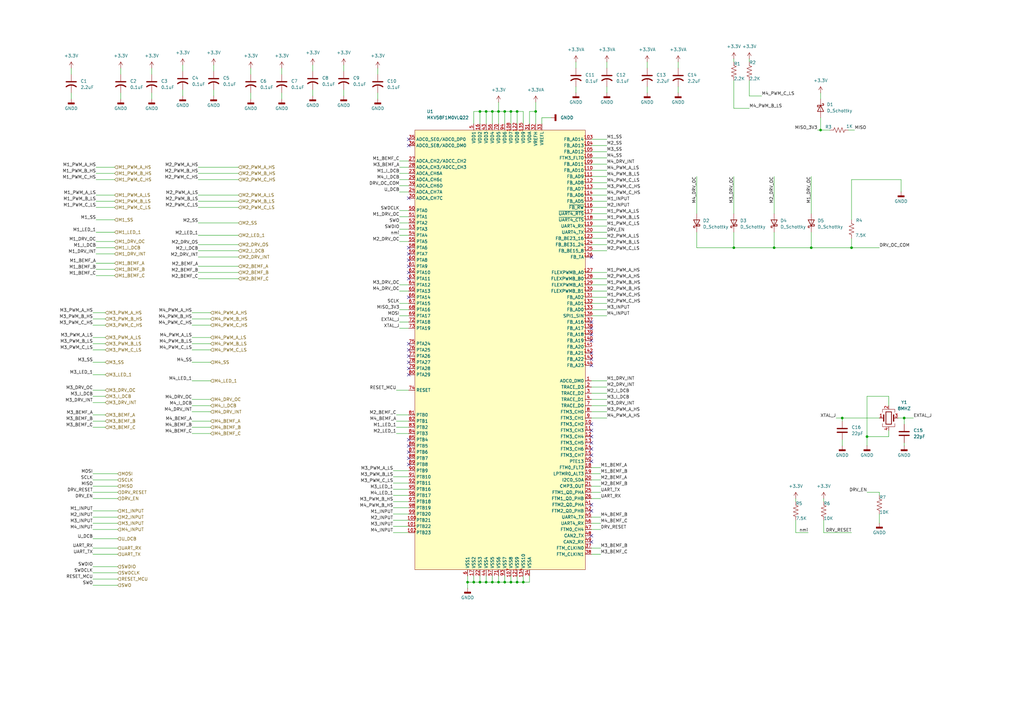
<source format=kicad_sch>
(kicad_sch (version 20250114) (generator "eeschema") (generator_version "9.0")
  (paper "A3")
  (junction (at 212.09 238.76))
  (junction (at 209.55 45.72))
  (junction (at 204.47 238.76))
  (junction (at 191.77 238.76))
  (junction (at 201.93 45.72))
  (junction (at 349.25 101.6))
  (junction (at 317.5 101.6))
  (junction (at 345.44 171.45))
  (junction (at 214.63 238.76))
  (junction (at 336.55 53.34))
  (junction (at 196.85 238.76))
  (junction (at 219.71 45.72))
  (junction (at 212.09 45.72))
  (junction (at 194.31 238.76))
  (junction (at 207.01 45.72))
  (junction (at 204.47 45.72))
  (junction (at 207.01 238.76))
  (junction (at 370.84 171.45))
  (junction (at 196.85 45.72))
  (junction (at 209.55 238.76))
  (junction (at 199.39 238.76))
  (junction (at 199.39 45.72))
  (junction (at 355.6 179.07))
  (junction (at 201.93 238.76))
  (junction (at 332.74 101.6))
  (junction (at 300.99 101.6))
  (no_connect (at 167.64 151.13))
  (no_connect (at 242.57 207.01))
  (no_connect (at 167.64 146.05))
  (no_connect (at 167.64 101.6))
  (no_connect (at 242.57 222.25))
  (no_connect (at 167.64 153.67))
  (no_connect (at 167.64 190.5))
  (no_connect (at 167.64 106.68))
  (no_connect (at 242.57 219.71))
  (no_connect (at 167.64 114.3))
  (no_connect (at 167.64 104.14))
  (no_connect (at 242.57 181.61))
  (no_connect (at 167.64 140.97))
  (no_connect (at 242.57 147.32))
  (no_connect (at 167.64 182.88))
  (no_connect (at 242.57 173.99))
  (no_connect (at 242.57 105.41))
  (no_connect (at 167.64 111.76))
  (no_connect (at 167.64 180.34))
  (no_connect (at 167.64 148.59))
  (no_connect (at 242.57 209.55))
  (no_connect (at 242.57 149.86))
  (no_connect (at 167.64 81.28))
  (no_connect (at 167.64 121.92))
  (no_connect (at 242.57 132.08))
  (no_connect (at 242.57 137.16))
  (no_connect (at 167.64 59.69))
  (no_connect (at 242.57 186.69))
  (no_connect (at 167.64 187.96))
  (no_connect (at 242.57 184.15))
  (no_connect (at 242.57 144.78))
  (no_connect (at 242.57 189.23))
  (no_connect (at 242.57 139.7))
  (no_connect (at 167.64 57.15))
  (no_connect (at 242.57 176.53))
  (no_connect (at 242.57 134.62))
  (no_connect (at 167.64 185.42))
  (no_connect (at 167.64 143.51))
  (no_connect (at 242.57 179.07))
  (no_connect (at 167.64 109.22))
  (wire (pts (xy 204.47 41.91) (xy 204.47 45.72)))
  (wire (pts (xy 48.26 240.03) (xy 38.1 240.03)))
  (wire (pts (xy 248.92 35.56) (xy 248.92 38.1)))
  (wire (pts (xy 74.93 26.67) (xy 74.93 29.21)))
  (wire (pts (xy 370.84 171.45) (xy 370.84 173.99)))
  (wire (pts (xy 242.57 204.47) (xy 246.38 204.47)))
  (wire (pts (xy 217.17 50.8) (xy 217.17 45.72)))
  (wire (pts (xy 39.37 73.66) (xy 46.99 73.66)))
  (wire (pts (xy 81.28 96.52) (xy 97.79 96.52)))
  (wire (pts (xy 43.18 128.27) (xy 38.1 128.27)))
  (wire (pts (xy 39.37 107.95) (xy 46.99 107.95)))
  (wire (pts (xy 39.37 95.25) (xy 46.99 95.25)))
  (wire (pts (xy 161.29 203.2) (xy 167.64 203.2)))
  (wire (pts (xy 326.39 218.44) (xy 331.47 218.44)))
  (wire (pts (xy 219.71 45.72) (xy 219.71 50.8)))
  (wire (pts (xy 161.29 195.58) (xy 167.64 195.58)))
  (wire (pts (xy 163.83 96.52) (xy 167.64 96.52)))
  (wire (pts (xy 43.18 170.18) (xy 38.1 170.18)))
  (wire (pts (xy 242.57 74.93) (xy 248.92 74.93)))
  (wire (pts (xy 74.93 36.83) (xy 74.93 39.37)))
  (wire (pts (xy 86.36 140.97) (xy 78.74 140.97)))
  (wire (pts (xy 242.57 201.93) (xy 246.38 201.93)))
  (wire (pts (xy 242.57 156.21) (xy 248.92 156.21)))
  (wire (pts (xy 48.26 232.41) (xy 38.1 232.41)))
  (wire (pts (xy 222.25 50.8) (xy 222.25 48.26)))
  (wire (pts (xy 163.83 76.2) (xy 167.64 76.2)))
  (wire (pts (xy 242.57 114.3) (xy 248.92 114.3)))
  (wire (pts (xy 242.57 64.77) (xy 248.92 64.77)))
  (wire (pts (xy 62.23 27.94) (xy 62.23 30.48)))
  (wire (pts (xy 307.34 44.45) (xy 300.99 44.45)))
  (wire (pts (xy 209.55 45.72) (xy 212.09 45.72)))
  (wire (pts (xy 242.57 59.69) (xy 248.92 59.69)))
  (wire (pts (xy 48.26 196.85) (xy 38.1 196.85)))
  (wire (pts (xy 370.84 181.61) (xy 370.84 182.88)))
  (wire (pts (xy 163.83 68.58) (xy 167.64 68.58)))
  (wire (pts (xy 43.18 130.81) (xy 38.1 130.81)))
  (wire (pts (xy 242.57 92.71) (xy 248.92 92.71)))
  (wire (pts (xy 242.57 161.29) (xy 248.92 161.29)))
  (wire (pts (xy 196.85 238.76) (xy 194.31 238.76)))
  (wire (pts (xy 39.37 80.01) (xy 46.99 80.01)))
  (wire (pts (xy 86.36 143.51) (xy 78.74 143.51)))
  (wire (pts (xy 48.26 234.95) (xy 38.1 234.95)))
  (wire (pts (xy 191.77 236.22) (xy 191.77 238.76)))
  (wire (pts (xy 209.55 236.22) (xy 209.55 238.76)))
  (wire (pts (xy 163.83 66.04) (xy 167.64 66.04)))
  (wire (pts (xy 345.44 180.34) (xy 345.44 182.88)))
  (wire (pts (xy 48.26 227.33) (xy 38.1 227.33)))
  (wire (pts (xy 162.56 170.18) (xy 167.64 170.18)))
  (wire (pts (xy 154.94 27.94) (xy 154.94 30.48)))
  (wire (pts (xy 242.57 119.38) (xy 248.92 119.38)))
  (wire (pts (xy 163.83 99.06) (xy 167.64 99.06)))
  (wire (pts (xy 312.42 39.37) (xy 307.34 39.37)))
  (wire (pts (xy 300.99 24.13) (xy 300.99 25.4)))
  (wire (pts (xy 86.36 168.91) (xy 78.74 168.91)))
  (wire (pts (xy 204.47 238.76) (xy 201.93 238.76)))
  (wire (pts (xy 163.83 93.98) (xy 167.64 93.98)))
  (wire (pts (xy 222.25 48.26) (xy 226.06 48.26)))
  (wire (pts (xy 201.93 238.76) (xy 199.39 238.76)))
  (wire (pts (xy 317.5 95.25) (xy 317.5 101.6)))
  (wire (pts (xy 163.83 124.46) (xy 167.64 124.46)))
  (wire (pts (xy 242.57 124.46) (xy 248.92 124.46)))
  (wire (pts (xy 86.36 138.43) (xy 78.74 138.43)))
  (wire (pts (xy 307.34 39.37) (xy 307.34 33.02)))
  (wire (pts (xy 242.57 80.01) (xy 248.92 80.01)))
  (wire (pts (xy 191.77 238.76) (xy 191.77 241.3)))
  (wire (pts (xy 39.37 68.58) (xy 46.99 68.58)))
  (wire (pts (xy 355.6 179.07) (xy 355.6 182.88)))
  (wire (pts (xy 347.98 53.34) (xy 350.52 53.34)))
  (wire (pts (xy 332.74 95.25) (xy 332.74 101.6)))
  (wire (pts (xy 43.18 175.26) (xy 38.1 175.26)))
  (wire (pts (xy 242.57 166.37) (xy 248.92 166.37)))
  (wire (pts (xy 285.75 72.39) (xy 285.75 87.63)))
  (wire (pts (xy 81.28 100.33) (xy 97.79 100.33)))
  (wire (pts (xy 242.57 82.55) (xy 248.92 82.55)))
  (wire (pts (xy 212.09 50.8) (xy 212.09 45.72)))
  (wire (pts (xy 337.82 218.44) (xy 349.25 218.44)))
  (wire (pts (xy 364.49 166.37) (xy 364.49 162.56)))
  (wire (pts (xy 349.25 90.17) (xy 349.25 73.66)))
  (wire (pts (xy 242.57 85.09) (xy 248.92 85.09)))
  (wire (pts (xy 62.23 38.1) (xy 62.23 40.64)))
  (wire (pts (xy 162.56 175.26) (xy 167.64 175.26)))
  (wire (pts (xy 212.09 236.22) (xy 212.09 238.76)))
  (wire (pts (xy 48.26 214.63) (xy 38.1 214.63)))
  (wire (pts (xy 317.5 101.6) (xy 332.74 101.6)))
  (wire (pts (xy 48.26 204.47) (xy 38.1 204.47)))
  (wire (pts (xy 39.37 90.17) (xy 46.99 90.17)))
  (wire (pts (xy 337.82 213.36) (xy 337.82 218.44)))
  (wire (pts (xy 43.18 160.02) (xy 38.1 160.02)))
  (wire (pts (xy 161.29 215.9) (xy 167.64 215.9)))
  (wire (pts (xy 194.31 236.22) (xy 194.31 238.76)))
  (wire (pts (xy 360.68 210.82) (xy 360.68 214.63)))
  (wire (pts (xy 201.93 45.72) (xy 204.47 45.72)))
  (wire (pts (xy 43.18 133.35) (xy 38.1 133.35)))
  (wire (pts (xy 43.18 140.97) (xy 38.1 140.97)))
  (wire (pts (xy 48.26 217.17) (xy 38.1 217.17)))
  (wire (pts (xy 86.36 177.8) (xy 78.74 177.8)))
  (wire (pts (xy 242.57 97.79) (xy 248.92 97.79)))
  (wire (pts (xy 43.18 162.56) (xy 38.1 162.56)))
  (wire (pts (xy 248.92 25.4) (xy 248.92 27.94)))
  (wire (pts (xy 349.25 97.79) (xy 349.25 101.6)))
  (wire (pts (xy 43.18 165.1) (xy 38.1 165.1)))
  (wire (pts (xy 102.87 27.94) (xy 102.87 30.48)))
  (wire (pts (xy 191.77 238.76) (xy 194.31 238.76)))
  (wire (pts (xy 81.28 85.09) (xy 97.79 85.09)))
  (wire (pts (xy 43.18 153.67) (xy 38.1 153.67)))
  (wire (pts (xy 128.27 26.67) (xy 128.27 29.21)))
  (wire (pts (xy 140.97 26.67) (xy 140.97 29.21)))
  (wire (pts (xy 201.93 236.22) (xy 201.93 238.76)))
  (wire (pts (xy 345.44 171.45) (xy 345.44 172.72)))
  (wire (pts (xy 48.26 237.49) (xy 38.1 237.49)))
  (wire (pts (xy 307.34 24.13) (xy 307.34 25.4)))
  (wire (pts (xy 163.83 116.84) (xy 167.64 116.84)))
  (wire (pts (xy 140.97 36.83) (xy 140.97 39.37)))
  (wire (pts (xy 163.83 78.74) (xy 167.64 78.74)))
  (wire (pts (xy 86.36 148.59) (xy 78.74 148.59)))
  (wire (pts (xy 199.39 45.72) (xy 201.93 45.72)))
  (wire (pts (xy 81.28 73.66) (xy 97.79 73.66)))
  (wire (pts (xy 163.83 134.62) (xy 167.64 134.62)))
  (wire (pts (xy 336.55 53.34) (xy 340.36 53.34)))
  (wire (pts (xy 162.56 177.8) (xy 167.64 177.8)))
  (wire (pts (xy 39.37 110.49) (xy 46.99 110.49)))
  (wire (pts (xy 115.57 38.1) (xy 115.57 40.64)))
  (wire (pts (xy 199.39 236.22) (xy 199.39 238.76)))
  (wire (pts (xy 242.57 95.25) (xy 248.92 95.25)))
  (wire (pts (xy 154.94 38.1) (xy 154.94 40.64)))
  (wire (pts (xy 161.29 218.44) (xy 167.64 218.44)))
  (wire (pts (xy 196.85 236.22) (xy 196.85 238.76)))
  (wire (pts (xy 265.43 35.56) (xy 265.43 38.1)))
  (wire (pts (xy 86.36 128.27) (xy 78.74 128.27)))
  (wire (pts (xy 161.29 205.74) (xy 167.64 205.74)))
  (wire (pts (xy 360.68 201.93) (xy 360.68 203.2)))
  (wire (pts (xy 242.57 194.31) (xy 246.38 194.31)))
  (wire (pts (xy 326.39 204.47) (xy 326.39 205.74)))
  (wire (pts (xy 199.39 45.72) (xy 199.39 50.8)))
  (wire (pts (xy 204.47 236.22) (xy 204.47 238.76)))
  (wire (pts (xy 214.63 238.76) (xy 212.09 238.76)))
  (wire (pts (xy 163.83 71.12) (xy 167.64 71.12)))
  (wire (pts (xy 212.09 238.76) (xy 209.55 238.76)))
  (wire (pts (xy 81.28 80.01) (xy 97.79 80.01)))
  (wire (pts (xy 236.22 25.4) (xy 236.22 27.94)))
  (wire (pts (xy 163.83 91.44) (xy 167.64 91.44)))
  (wire (pts (xy 196.85 50.8) (xy 196.85 45.72)))
  (wire (pts (xy 87.63 26.67) (xy 87.63 29.21)))
  (wire (pts (xy 102.87 38.1) (xy 102.87 40.64)))
  (wire (pts (xy 87.63 36.83) (xy 87.63 39.37)))
  (wire (pts (xy 242.57 224.79) (xy 246.38 224.79)))
  (wire (pts (xy 128.27 36.83) (xy 128.27 39.37)))
  (wire (pts (xy 236.22 35.56) (xy 236.22 38.1)))
  (wire (pts (xy 217.17 236.22) (xy 217.17 238.76)))
  (wire (pts (xy 242.57 100.33) (xy 248.92 100.33)))
  (wire (pts (xy 163.83 88.9) (xy 167.64 88.9)))
  (wire (pts (xy 242.57 163.83) (xy 248.92 163.83)))
  (wire (pts (xy 285.75 101.6) (xy 300.99 101.6)))
  (wire (pts (xy 242.57 158.75) (xy 248.92 158.75)))
  (wire (pts (xy 242.57 214.63) (xy 246.38 214.63)))
  (wire (pts (xy 39.37 85.09) (xy 46.99 85.09)))
  (wire (pts (xy 242.57 127) (xy 248.92 127)))
  (wire (pts (xy 196.85 45.72) (xy 199.39 45.72)))
  (wire (pts (xy 242.57 90.17) (xy 248.92 90.17)))
  (wire (pts (xy 317.5 72.39) (xy 317.5 87.63)))
  (wire (pts (xy 81.28 102.87) (xy 97.79 102.87)))
  (wire (pts (xy 81.28 82.55) (xy 97.79 82.55)))
  (wire (pts (xy 364.49 162.56) (xy 355.6 162.56)))
  (wire (pts (xy 242.57 191.77) (xy 246.38 191.77)))
  (wire (pts (xy 81.28 68.58) (xy 97.79 68.58)))
  (wire (pts (xy 163.83 73.66) (xy 167.64 73.66)))
  (wire (pts (xy 242.57 121.92) (xy 248.92 121.92)))
  (wire (pts (xy 332.74 101.6) (xy 349.25 101.6)))
  (wire (pts (xy 217.17 238.76) (xy 214.63 238.76)))
  (wire (pts (xy 242.57 168.91) (xy 248.92 168.91)))
  (wire (pts (xy 49.53 38.1) (xy 49.53 40.64)))
  (wire (pts (xy 332.74 72.39) (xy 332.74 87.63)))
  (wire (pts (xy 370.84 171.45) (xy 374.65 171.45)))
  (wire (pts (xy 161.29 210.82) (xy 167.64 210.82)))
  (wire (pts (xy 242.57 57.15) (xy 248.92 57.15)))
  (wire (pts (xy 336.55 53.34) (xy 335.28 53.34)))
  (wire (pts (xy 81.28 91.44) (xy 97.79 91.44)))
  (wire (pts (xy 161.29 198.12) (xy 167.64 198.12)))
  (wire (pts (xy 355.6 162.56) (xy 355.6 179.07)))
  (wire (pts (xy 115.57 27.94) (xy 115.57 30.48)))
  (wire (pts (xy 278.13 35.56) (xy 278.13 38.1)))
  (wire (pts (xy 39.37 113.03) (xy 46.99 113.03)))
  (wire (pts (xy 163.83 127) (xy 167.64 127)))
  (wire (pts (xy 336.55 38.1) (xy 336.55 40.64)))
  (wire (pts (xy 39.37 101.6) (xy 46.99 101.6)))
  (wire (pts (xy 209.55 45.72) (xy 209.55 50.8)))
  (wire (pts (xy 161.29 208.28) (xy 167.64 208.28)))
  (wire (pts (xy 326.39 213.36) (xy 326.39 218.44)))
  (wire (pts (xy 48.26 220.98) (xy 38.1 220.98)))
  (wire (pts (xy 209.55 238.76) (xy 207.01 238.76)))
  (wire (pts (xy 204.47 45.72) (xy 204.47 50.8)))
  (wire (pts (xy 81.28 114.3) (xy 97.79 114.3)))
  (wire (pts (xy 48.26 194.31) (xy 38.1 194.31)))
  (wire (pts (xy 194.31 45.72) (xy 196.85 45.72)))
  (wire (pts (xy 242.57 212.09) (xy 246.38 212.09)))
  (wire (pts (xy 161.29 193.04) (xy 167.64 193.04)))
  (wire (pts (xy 43.18 172.72) (xy 38.1 172.72)))
  (wire (pts (xy 355.6 201.93) (xy 360.68 201.93)))
  (wire (pts (xy 207.01 236.22) (xy 207.01 238.76)))
  (wire (pts (xy 368.3 171.45) (xy 370.84 171.45)))
  (wire (pts (xy 345.44 171.45) (xy 360.68 171.45)))
  (wire (pts (xy 217.17 45.72) (xy 219.71 45.72)))
  (wire (pts (xy 161.29 200.66) (xy 167.64 200.66)))
  (wire (pts (xy 48.26 224.79) (xy 38.1 224.79)))
  (wire (pts (xy 49.53 27.94) (xy 49.53 30.48)))
  (wire (pts (xy 86.36 156.21) (xy 78.74 156.21)))
  (wire (pts (xy 242.57 129.54) (xy 248.92 129.54)))
  (wire (pts (xy 207.01 238.76) (xy 204.47 238.76)))
  (wire (pts (xy 48.26 201.93) (xy 38.1 201.93)))
  (wire (pts (xy 194.31 50.8) (xy 194.31 45.72)))
  (wire (pts (xy 300.99 72.39) (xy 300.99 87.63)))
  (wire (pts (xy 242.57 111.76) (xy 248.92 111.76)))
  (wire (pts (xy 86.36 130.81) (xy 78.74 130.81)))
  (wire (pts (xy 337.82 204.47) (xy 337.82 205.74)))
  (wire (pts (xy 48.26 199.39) (xy 38.1 199.39)))
  (wire (pts (xy 29.21 27.94) (xy 29.21 30.48)))
  (wire (pts (xy 242.57 67.31) (xy 248.92 67.31)))
  (wire (pts (xy 199.39 238.76) (xy 196.85 238.76)))
  (wire (pts (xy 336.55 48.26) (xy 336.55 53.34)))
  (wire (pts (xy 207.01 45.72) (xy 207.01 50.8)))
  (wire (pts (xy 214.63 236.22) (xy 214.63 238.76)))
  (wire (pts (xy 81.28 71.12) (xy 97.79 71.12)))
  (wire (pts (xy 278.13 25.4) (xy 278.13 27.94)))
  (wire (pts (xy 201.93 45.72) (xy 201.93 50.8)))
  (wire (pts (xy 349.25 73.66) (xy 369.57 73.66)))
  (wire (pts (xy 242.57 227.33) (xy 246.38 227.33)))
  (wire (pts (xy 163.83 86.36) (xy 167.64 86.36)))
  (wire (pts (xy 39.37 82.55) (xy 46.99 82.55)))
  (wire (pts (xy 242.57 87.63) (xy 248.92 87.63)))
  (wire (pts (xy 242.57 171.45) (xy 248.92 171.45)))
  (wire (pts (xy 242.57 116.84) (xy 248.92 116.84)))
  (wire (pts (xy 81.28 105.41) (xy 97.79 105.41)))
  (wire (pts (xy 300.99 95.25) (xy 300.99 101.6)))
  (wire (pts (xy 265.43 25.4) (xy 265.43 27.94)))
  (wire (pts (xy 163.83 129.54) (xy 167.64 129.54)))
  (wire (pts (xy 242.57 199.39) (xy 246.38 199.39)))
  (wire (pts (xy 242.57 69.85) (xy 248.92 69.85)))
  (wire (pts (xy 242.57 217.17) (xy 246.38 217.17)))
  (wire (pts (xy 39.37 99.06) (xy 46.99 99.06)))
  (wire (pts (xy 48.26 209.55) (xy 38.1 209.55)))
  (wire (pts (xy 39.37 71.12) (xy 46.99 71.12)))
  (wire (pts (xy 364.49 179.07) (xy 364.49 176.53)))
  (wire (pts (xy 162.56 160.02) (xy 167.64 160.02)))
  (wire (pts (xy 219.71 41.91) (xy 219.71 45.72)))
  (wire (pts (xy 163.83 132.08) (xy 167.64 132.08)))
  (wire (pts (xy 300.99 44.45) (xy 300.99 33.02)))
  (wire (pts (xy 86.36 175.26) (xy 78.74 175.26)))
  (wire (pts (xy 86.36 172.72) (xy 78.74 172.72)))
  (wire (pts (xy 81.28 111.76) (xy 97.79 111.76)))
  (wire (pts (xy 48.26 212.09) (xy 38.1 212.09)))
  (wire (pts (xy 242.57 196.85) (xy 246.38 196.85)))
  (wire (pts (xy 369.57 73.66) (xy 369.57 78.74)))
  (wire (pts (xy 242.57 62.23) (xy 248.92 62.23)))
  (wire (pts (xy 207.01 45.72) (xy 209.55 45.72)))
  (wire (pts (xy 81.28 109.22) (xy 97.79 109.22)))
  (wire (pts (xy 86.36 166.37) (xy 78.74 166.37)))
  (wire (pts (xy 204.47 45.72) (xy 207.01 45.72)))
  (wire (pts (xy 39.37 104.14) (xy 46.99 104.14)))
  (wire (pts (xy 242.57 77.47) (xy 248.92 77.47)))
  (wire (pts (xy 349.25 101.6) (xy 360.68 101.6)))
  (wire (pts (xy 161.29 213.36) (xy 167.64 213.36)))
  (wire (pts (xy 242.57 102.87) (xy 248.92 102.87)))
  (wire (pts (xy 355.6 179.07) (xy 364.49 179.07)))
  (wire (pts (xy 43.18 138.43) (xy 38.1 138.43)))
  (wire (pts (xy 214.63 45.72) (xy 214.63 50.8)))
  (wire (pts (xy 242.57 72.39) (xy 248.92 72.39)))
  (wire (pts (xy 162.56 172.72) (xy 167.64 172.72)))
  (wire (pts (xy 212.09 45.72) (xy 214.63 45.72)))
  (wire (pts (xy 163.83 119.38) (xy 167.64 119.38)))
  (wire (pts (xy 300.99 101.6) (xy 317.5 101.6)))
  (wire (pts (xy 86.36 133.35) (xy 78.74 133.35)))
  (wire (pts (xy 285.75 95.25) (xy 285.75 101.6)))
  (wire (pts (xy 29.21 38.1) (xy 29.21 40.64)))
  (wire (pts (xy 43.18 148.59) (xy 38.1 148.59)))
  (wire (pts (xy 86.36 163.83) (xy 78.74 163.83)))
  (wire (pts (xy 43.18 143.51) (xy 38.1 143.51)))
  (wire (pts (xy 342.9 171.45) (xy 345.44 171.45)))
  (label "MISO_3V3" (at 335.28 53.34 180))
  (label "M1_PWM_C_HS" (at 248.92 121.92 0))
  (label "M2_DRV_OS" (at 81.28 100.33 180))
  (label "M1_PWM_B_LS" (at 248.92 90.17 0))
  (label "M4_PWM_C_LS" (at 248.92 74.93 0))
  (label "RESET_MCU" (at 162.56 160.02 180))
  (label "M2_DRV_INT" (at 248.92 158.75 0))
  (label "M2_PWM_C_HS" (at 81.28 73.66 180))
  (label "M4_PWM_A_HS" (at 248.92 171.45 0))
  (label "M2_I_DCB" (at 81.28 102.87 180))
  (label "M1_BEMF_B" (at 39.37 110.49 180))
  (label "UART_TX" (at 38.1 227.33 180))
  (label "SWDCLK" (at 163.83 86.36 180))
  (label "M4_SS" (at 78.74 148.59 180))
  (label "M2_PWM_A_LS" (at 248.92 97.79 0))
  (label "M3_BEMF_C" (at 246.38 227.33 0))
  (label "M4_BEMF_C" (at 78.74 177.8 180))
  (label "M4_BEMF_A" (at 78.74 172.72 180))
  (label "M4_I_DCB" (at 163.83 73.66 180))
  (label "M4_LED_1" (at 78.74 156.21 180))
  (label "M4_BEMF_A" (at 162.56 172.72 180))
  (label "UART_RX" (at 38.1 224.79 180))
  (label "DRV_RESET" (at 246.38 217.17 0))
  (label "M2_BEMF_A" (at 246.38 196.85 0))
  (label "M4_PWM_C_HS" (at 78.74 133.35 180))
  (label "M3_INPUT" (at 38.1 214.63 180))
  (label "XTAL_J" (at 342.9 171.45 180))
  (label "M2_DRV_OC" (at 163.83 99.06 180))
  (label "DRV_RESET" (at 349.25 218.44 180))
  (label "M3_I_DCB" (at 38.1 162.56 180))
  (label "M3_BEMF_A" (at 38.1 170.18 180))
  (label "M3_INPUT" (at 161.29 215.9 180))
  (label "M2_BEMF_C" (at 162.56 170.18 180))
  (label "MISO" (at 38.1 199.39 180))
  (label "DRV_EN" (at 38.1 204.47 180))
  (label "M1_INPUT" (at 248.92 82.55 0))
  (label "M4_PWM_B_HS" (at 78.74 130.81 180))
  (label "M4_BEMF_B" (at 246.38 212.09 0))
  (label "M4_PWM_B_LS" (at 78.74 140.97 180))
  (label "M1_I_DCB" (at 163.83 71.12 180))
  (label "SWO" (at 38.1 240.03 180))
  (label "M2_LED_1" (at 162.56 177.8 180))
  (label "U_DCB" (at 38.1 220.98 180))
  (label "M2_INPUT" (at 248.92 85.09 0))
  (label "M3_BEMF_B" (at 38.1 172.72 180))
  (label "UART_TX" (at 246.38 201.93 0))
  (label "M3_PWM_A_LS" (at 161.29 193.04 180))
  (label "M3_PWM_C_HS" (at 38.1 133.35 180))
  (label "M1_PWM_A_HS" (at 39.37 68.58 180))
  (label "M1_DRV_OC" (at 163.83 88.9 180))
  (label "M4_PWM_A_HS" (at 78.74 128.27 180))
  (label "M3_DRV_OC" (at 300.99 72.39 270))
  (label "M4_INPUT" (at 248.92 129.54 0))
  (label "M3_PWM_B_LS" (at 161.29 195.58 180))
  (label "DRV_EN" (at 355.6 201.93 180))
  (label "M3_PWM_C_LS" (at 161.29 198.12 180))
  (label "M3_PWM_A_HS" (at 38.1 128.27 180))
  (label "MOSI" (at 163.83 129.54 180))
  (label "M1_SS" (at 39.37 90.17 180))
  (label "M3_I_DCB" (at 248.92 163.83 0))
  (label "M4_BEMF_C" (at 246.38 214.63 0))
  (label "SWDCLK" (at 38.1 234.95 180))
  (label "M4_PWM_B_LS" (at 307.34 44.45 0))
  (label "M4_SS" (at 248.92 64.77 0))
  (label "XTAL_J" (at 163.83 134.62 180))
  (label "M1_INPUT" (at 161.29 210.82 180))
  (label "DRV_RESET" (at 38.1 201.93 180))
  (label "M1_PWM_A_LS" (at 39.37 80.01 180))
  (label "M2_BEMF_A" (at 81.28 109.22 180))
  (label "M4_DRV_OC" (at 78.74 163.83 180))
  (label "M1_BEMF_A" (at 246.38 191.77 0))
  (label "M2_PWM_A_HS" (at 81.28 68.58 180))
  (label "M2_PWM_A_HS" (at 248.92 114.3 0))
  (label "M3_PWM_A_HS" (at 248.92 168.91 0))
  (label "M4_PWM_C_HS" (at 248.92 80.01 0))
  (label "SWDIO" (at 163.83 93.98 180))
  (label "M3_BEMF_C" (at 38.1 175.26 180))
  (label "M4_PWM_B_HS" (at 161.29 208.28 180))
  (label "M3_BEMF_B" (at 246.38 224.79 0))
  (label "M1_PWM_B_HS" (at 39.37 71.12 180))
  (label "MISO_3V3" (at 163.83 127 180))
  (label "DRV_EN" (at 248.92 95.25 0))
  (label "M4_INPUT" (at 38.1 217.17 180))
  (label "M1_PWM_B_HS" (at 248.92 116.84 0))
  (label "DRV_OC_COM" (at 360.68 101.6 0))
  (label "M3_PWM_C_HS" (at 248.92 77.47 0))
  (label "M4_BEMF_B" (at 78.74 175.26 180))
  (label "M3_LED_1" (at 161.29 200.66 180))
  (label "M3_SS" (at 38.1 148.59 180))
  (label "M2_DRV_OC" (at 317.5 72.39 270))
  (label "M3_PWM_A_LS" (at 38.1 138.43 180))
  (label "M2_SS" (at 248.92 59.69 0))
  (label "M2_LED_1" (at 81.28 96.52 180))
  (label "RESET_MCU" (at 38.1 237.49 180))
  (label "M4_PWM_C_LS" (at 78.74 143.51 180))
  (label "M1_PWM_A_HS" (at 248.92 111.76 0))
  (label "nmi" (at 163.83 96.52 180))
  (label "M1_BEMF_C" (at 39.37 113.03 180))
  (label "M2_PWM_B_LS" (at 81.28 82.55 180))
  (label "U_DCB" (at 163.83 78.74 180))
  (label "MOSI" (at 38.1 194.31 180))
  (label "M4_DRV_INT" (at 248.92 67.31 0))
  (label "M1_DRV_OC" (at 39.37 99.06 180))
  (label "M2_PWM_B_HS" (at 81.28 71.12 180))
  (label "M3_BEMF_A" (at 163.83 68.58 180))
  (label "M1_DRV_INT" (at 248.92 156.21 0))
  (label "M2_SS" (at 81.28 91.44 180))
  (label "M4_DRV_OC" (at 163.83 119.38 180))
  (label "M3_SS" (at 248.92 62.23 0))
  (label "M4_PWM_B_LS" (at 248.92 72.39 0))
  (label "M1_PWM_C_LS" (at 39.37 85.09 180))
  (label "MISO" (at 350.52 53.34 0))
  (label "M2_I_DCB" (at 248.92 161.29 0))
  (label "M2_BEMF_B" (at 246.38 199.39 0))
  (label "M2_PWM_C_HS" (at 248.92 124.46 0))
  (label "M3_DRV_INT" (at 38.1 165.1 180))
  (label "DRV_OC_COM" (at 163.83 76.2 180))
  (label "M1_INPUT" (at 38.1 209.55 180))
  (label "M2_INPUT" (at 38.1 212.09 180))
  (label "M2_PWM_B_HS" (at 248.92 119.38 0))
  (label "SCLK" (at 163.83 124.46 180))
  (label "M3_DRV_OC" (at 38.1 160.02 180))
  (label "M1_PWM_B_LS" (at 39.37 82.55 180))
  (label "M1_BEMF_B" (at 246.38 194.31 0))
  (label "M4_PWM_A_LS" (at 248.92 69.85 0))
  (label "SCLK" (at 38.1 196.85 180))
  (label "nmi" (at 331.47 218.44 180))
  (label "M2_PWM_A_LS" (at 81.28 80.01 180))
  (label "M4_INPUT" (at 161.29 218.44 180))
  (label "M2_PWM_C_LS" (at 81.28 85.09 180))
  (label "M2_PWM_C_LS" (at 248.92 102.87 0))
  (label "M4_I_DCB" (at 78.74 166.37 180))
  (label "M1_LED_1" (at 39.37 95.25 180))
  (label "M4_DRV_INT" (at 78.74 168.91 180))
  (label "M3_DRV_INT" (at 248.92 166.37 0))
  (label "M3_PWM_C_LS" (at 38.1 143.51 180))
  (label "M3_PWM_B_LS" (at 38.1 140.97 180))
  (label "M1_BEMF_A" (at 39.37 107.95 180))
  (label "M1_DRV_OC" (at 332.74 72.39 270))
  (label "M1_BEMF_C" (at 163.83 66.04 180))
  (label "M1_PWM_A_LS" (at 248.92 87.63 0))
  (label "M1_LED_1" (at 162.56 175.26 180))
  (label "M4_PWM_A_LS" (at 78.74 138.43 180))
  (label "M3_PWM_B_HS" (at 38.1 130.81 180))
  (label "M4_DRV_OC" (at 285.75 72.39 270))
  (label "M1_PWM_C_LS" (at 248.92 92.71 0))
  (label "M3_PWM_B_HS" (at 161.29 205.74 180))
  (label "SWO" (at 163.83 91.44 180))
  (label "M2_INPUT" (at 161.29 213.36 180))
  (label "EXTAL_J" (at 374.65 171.45 0))
  (label "M3_INPUT" (at 248.92 127 0))
  (label "EXTAL_J" (at 163.83 132.08 180))
  (label "M4_PWM_C_LS" (at 312.42 39.37 0))
  (label "M4_LED_1" (at 161.29 203.2 180))
  (label "M1_PWM_C_HS" (at 39.37 73.66 180))
  (label "M1_SS" (at 248.92 57.15 0))
  (label "M3_DRV_OC" (at 163.83 116.84 180))
  (label "M2_DRV_INT" (at 81.28 105.41 180))
  (label "M1_I_DCB" (at 39.37 101.6 180))
  (label "M2_BEMF_B" (at 81.28 111.76 180))
  (label "SWDIO" (at 38.1 232.41 180))
  (label "M2_PWM_B_LS" (at 248.92 100.33 0))
  (label "M1_DRV_INT" (at 39.37 104.14 180))
  (label "UART_RX" (at 246.38 204.47 0))
  (label "M2_BEMF_C" (at 81.28 114.3 180))
  (label "M3_LED_1" (at 38.1 153.67 180))
  (hierarchical_label "M3_DRV_INT" (shape input) (at 43.18 165.1 0))
  (hierarchical_label "M2_PWM_B_LS" (shape input) (at 97.79 82.55 0))
  (hierarchical_label "M1_PWM_C_LS" (shape input) (at 46.99 85.09 0))
  (hierarchical_label "M2_PWM_A_HS" (shape input) (at 97.79 68.58 0))
  (hierarchical_label "M2_PWM_A_LS" (shape input) (at 97.79 80.01 0))
  (hierarchical_label "M3_PWM_A_LS" (shape input) (at 43.18 138.43 0))
  (hierarchical_label "M1_PWM_C_HS" (shape input) (at 46.99 73.66 0))
  (hierarchical_label "SWDCLK" (shape input) (at 48.26 234.95 0))
  (hierarchical_label "M2_INPUT" (shape input) (at 48.26 212.09 0))
  (hierarchical_label "RESET_MCU" (shape input) (at 48.26 237.49 0))
  (hierarchical_label "M4_PWM_C_LS" (shape input) (at 86.36 143.51 0))
  (hierarchical_label "M3_DRV_OC" (shape input) (at 43.18 160.02 0))
  (hierarchical_label "U_DCB" (shape input) (at 48.26 220.98 0))
  (hierarchical_label "M4_BEMF_A" (shape input) (at 86.36 172.72 0))
  (hierarchical_label "M1_INPUT" (shape input) (at 48.26 209.55 0))
  (hierarchical_label "M4_LED_1" (shape input) (at 86.36 156.21 0))
  (hierarchical_label "M1_BEMF_B" (shape input) (at 46.99 110.49 0))
  (hierarchical_label "M2_LED_1" (shape input) (at 97.79 96.52 0))
  (hierarchical_label "DRV_EN" (shape input) (at 48.26 204.47 0))
  (hierarchical_label "SCLK" (shape input) (at 48.26 196.85 0))
  (hierarchical_label "SWO" (shape input) (at 48.26 240.03 0))
  (hierarchical_label "M1_DRV_OC" (shape input) (at 46.99 99.06 0))
  (hierarchical_label "M3_INPUT" (shape input) (at 48.26 214.63 0))
  (hierarchical_label "M4_PWM_C_HS" (shape input) (at 86.36 133.35 0))
  (hierarchical_label "M2_SS" (shape input) (at 97.79 91.44 0))
  (hierarchical_label "M4_PWM_B_HS" (shape input) (at 86.36 130.81 0))
  (hierarchical_label "UART_TX" (shape input) (at 48.26 227.33 0))
  (hierarchical_label "UART_RX" (shape input) (at 48.26 224.79 0))
  (hierarchical_label "M1_BEMF_A" (shape input) (at 46.99 107.95 0))
  (hierarchical_label "M2_BEMF_C" (shape input) (at 97.79 114.3 0))
  (hierarchical_label "M1_LED_1" (shape input) (at 46.99 95.25 0))
  (hierarchical_label "M3_BEMF_A" (shape input) (at 43.18 170.18 0))
  (hierarchical_label "M4_INPUT" (shape input) (at 48.26 217.17 0))
  (hierarchical_label "M4_DRV_OC" (shape input) (at 86.36 163.83 0))
  (hierarchical_label "M1_PWM_B_LS" (shape input) (at 46.99 82.55 0))
  (hierarchical_label "M3_PWM_A_HS" (shape input) (at 43.18 128.27 0))
  (hierarchical_label "M3_BEMF_B" (shape input) (at 43.18 172.72 0))
  (hierarchical_label "M4_DRV_INT" (shape input) (at 86.36 168.91 0))
  (hierarchical_label "M4_PWM_A_LS" (shape input) (at 86.36 138.43 0))
  (hierarchical_label "M4_BEMF_B" (shape input) (at 86.36 175.26 0))
  (hierarchical_label "M4_PWM_A_HS" (shape input) (at 86.36 128.27 0))
  (hierarchical_label "M2_PWM_C_HS" (shape input) (at 97.79 73.66 0))
  (hierarchical_label "M1_I_DCB" (shape input) (at 46.99 101.6 0))
  (hierarchical_label "M2_PWM_C_LS" (shape input) (at 97.79 85.09 0))
  (hierarchical_label "M3_PWM_B_HS" (shape input) (at 43.18 130.81 0))
  (hierarchical_label "M1_PWM_A_HS" (shape input) (at 46.99 68.58 0))
  (hierarchical_label "M2_BEMF_B" (shape input) (at 97.79 111.76 0))
  (hierarchical_label "M2_DRV_OS" (shape input) (at 97.79 100.33 0))
  (hierarchical_label "MOSI" (shape input) (at 48.26 194.31 0))
  (hierarchical_label "M2_DRV_INT" (shape input) (at 97.79 105.41 0))
  (hierarchical_label "M1_DRV_INT" (shape input) (at 46.99 104.14 0))
  (hierarchical_label "MISO" (shape input) (at 48.26 199.39 0))
  (hierarchical_label "M2_BEMF_A" (shape input) (at 97.79 109.22 0))
  (hierarchical_label "M4_BEMF_C" (shape input) (at 86.36 177.8 0))
  (hierarchical_label "M4_SS" (shape input) (at 86.36 148.59 0))
  (hierarchical_label "M1_PWM_B_HS" (shape input) (at 46.99 71.12 0))
  (hierarchical_label "DRV_RESET" (shape input) (at 48.26 201.93 0))
  (hierarchical_label "M3_BEMF_C" (shape input) (at 43.18 175.26 0))
  (hierarchical_label "M3_SS" (shape input) (at 43.18 148.59 0))
  (hierarchical_label "M3_I_DCB" (shape input) (at 43.18 162.56 0))
  (hierarchical_label "M1_PWM_A_LS" (shape input) (at 46.99 80.01 0))
  (hierarchical_label "M2_I_DCB" (shape input) (at 97.79 102.87 0))
  (hierarchical_label "M2_PWM_B_HS" (shape input) (at 97.79 71.12 0))
  (hierarchical_label "M3_LED_1" (shape input) (at 43.18 153.67 0))
  (hierarchical_label "M4_I_DCB" (shape input) (at 86.36 166.37 0))
  (hierarchical_label "M1_BEMF_C" (shape input) (at 46.99 113.03 0))
  (hierarchical_label "M3_PWM_B_LS" (shape input) (at 43.18 140.97 0))
  (hierarchical_label "M3_PWM_C_HS" (shape input) (at 43.18 133.35 0))
  (hierarchical_label "M1_SS" (shape input) (at 46.99 90.17 0))
  (hierarchical_label "SWDIO" (shape input) (at 48.26 232.41 0))
  (hierarchical_label "M4_PWM_B_LS" (shape input) (at 86.36 140.97 0))
  (hierarchical_label "M3_PWM_C_LS" (shape input) (at 43.18 143.51 0))
  (symbol (lib_id "power:VCC") (at 74.93 26.67 0) (unit 1)
    (property "Reference" "#PWR011" (effects (hide yes)))
    (property "Value" "+3.3V" (at 74.93 21.59 0))
    (property "Description" "Power symbol creates a global label with name \"VCC\"" (effects (hide yes)))
  )
  (symbol (lib_id "power:VCC") (at 265.43 25.4 0) (unit 1)
    (property "Reference" "#PWR029" (effects (hide yes)))
    (property "Value" "+3.3VA" (at 265.43 20.32 0))
    (property "Description" "Power symbol creates a global label with name \"VCC\"" (effects (hide yes)))
  )
  (symbol (lib_id "power:VCC") (at 115.57 27.94 0) (unit 1)
    (property "Reference" "#PWR017" (effects (hide yes)))
    (property "Value" "+3.3V" (at 115.57 22.86 0))
    (property "Description" "Power symbol creates a global label with name \"VCC\"" (effects (hide yes)))
  )
  (symbol (lib_id "power:GNDD") (at 360.68 214.63 0) (unit 1)
    (property "Reference" "#PWR042" (effects (hide yes)))
    (property "Value" "GNDD" (at 360.68 218.44 0))
    (property "Description" "Power symbol creates a global label with name \"GNDD\" , digital ground" (effects (hide yes)))
  )
  (symbol (lib_id "Device:C_US") (at 154.94 34.29 0) (unit 1)
    (property "Reference" "C10" (at 158.75 33.2739 0) (effects (justify left)))
    (property "Value" "0.1uF" (at 158.75 35.8139 0) (effects (justify left)))
    (property "Description" "capacitor, US symbol" (effects (hide yes)))
  )
  (symbol (lib_id "power:VCC") (at 87.63 26.67 0) (unit 1)
    (property "Reference" "#PWR013" (effects (hide yes)))
    (property "Value" "+3.3V" (at 87.63 21.59 0))
    (property "Description" "Power symbol creates a global label with name \"VCC\"" (effects (hide yes)))
  )
  (symbol (lib_id "power:GNDD") (at 128.27 39.37 0) (unit 1)
    (property "Reference" "#PWR020" (effects (hide yes)))
    (property "Value" "GNDD" (at 128.27 43.18 0))
    (property "Description" "Power symbol creates a global label with name \"GNDD\" , digital ground" (effects (hide yes)))
  )
  (symbol (lib_id "Device:C_US") (at 87.63 33.02 0) (unit 1)
    (property "Reference" "C5" (at 91.44 32.0039 0) (effects (justify left)))
    (property "Value" "0.1uF" (at 91.44 34.5439 0) (effects (justify left)))
    (property "Description" "capacitor, US symbol" (effects (hide yes)))
  )
  (symbol (lib_id "Device:C_US") (at 49.53 34.29 0) (unit 1)
    (property "Reference" "C2" (at 53.34 33.2739 0) (effects (justify left)))
    (property "Value" "0.1uF" (at 53.34 35.8139 0) (effects (justify left)))
    (property "Description" "capacitor, US symbol" (effects (hide yes)))
  )
  (symbol (lib_id "Device:R_US") (at 326.39 209.55 0) (unit 1)
    (property "Reference" "R5" (at 326.39 206.502 0) (effects (justify left)))
    (property "Value" "7.5K" (at 326.39 212.598 0) (effects (justify left)))
    (property "Description" "Resistor, US symbol" (effects (hide yes)))
  )
  (symbol (lib_id "Device:C_US") (at 115.57 34.29 0) (unit 1)
    (property "Reference" "C7" (at 119.38 33.2739 0) (effects (justify left)))
    (property "Value" "0.1uF" (at 119.38 35.8139 0) (effects (justify left)))
    (property "Description" "capacitor, US symbol" (effects (hide yes)))
  )
  (symbol (lib_id "Device:C_US") (at 29.21 34.29 0) (unit 1)
    (property "Reference" "C1" (at 33.02 33.2739 0) (effects (justify left)))
    (property "Value" "2.2uF" (at 33.02 35.8139 0) (effects (justify left)))
    (property "Description" "capacitor, US symbol" (effects (hide yes)))
  )
  (symbol (lib_id "Device:R_US") (at 344.17 53.34 90) (unit 1)
    (property "Reference" "R3" (at 341.122 52.07 90) (effects (justify left)))
    (property "Value" "1K" (at 349.758 51.816 90) (effects (justify left)))
    (property "Description" "Resistor, US symbol" (effects (hide yes)))
  )
  (symbol (lib_id "Device:C_US") (at 62.23 34.29 0) (unit 1)
    (property "Reference" "C3" (at 66.04 33.2739 0) (effects (justify left)))
    (property "Value" "0.1uF" (at 66.04 35.8139 0) (effects (justify left)))
    (property "Description" "capacitor, US symbol" (effects (hide yes)))
  )
  (symbol (lib_id "power:GNDD") (at 369.57 78.74 0) (unit 1)
    (property "Reference" "#PWR036" (effects (hide yes)))
    (property "Value" "GNDD" (at 369.57 82.55 0))
    (property "Description" "Power symbol creates a global label with name \"GNDD\" , digital ground" (effects (hide yes)))
  )
  (symbol (lib_id "power:VCC") (at 204.47 41.91 0) (unit 1)
    (property "Reference" "#PWR04" (effects (hide yes)))
    (property "Value" "+3.3V" (at 204.47 36.83 0))
    (property "Description" "Power symbol creates a global label with name \"VCC\"" (effects (hide yes)))
  )
  (symbol (lib_id "Device:C") (at 345.44 176.53 0) (unit 1)
    (property "Reference" "C16" (at 349.25 175.2599 0) (effects (justify left)))
    (property "Value" "22pF" (at 349.25 177.7999 0) (effects (justify left)))
    (property "Description" "Unpolarized capacitor" (effects (hide yes)))
  )
  (symbol (lib_id "Device:C_US") (at 74.93 33.02 0) (unit 1)
    (property "Reference" "C4" (at 78.74 32.0039 0) (effects (justify left)))
    (property "Value" "0.1uF" (at 78.74 34.5439 0) (effects (justify left)))
    (property "Description" "capacitor, US symbol" (effects (hide yes)))
  )
  (symbol (lib_id "power:GNDD") (at 370.84 182.88 0) (unit 1)
    (property "Reference" "#PWR038" (effects (hide yes)))
    (property "Value" "GNDD" (at 370.84 186.69 0))
    (property "Description" "Power symbol creates a global label with name \"GNDD\" , digital ground" (effects (hide yes)))
  )
  (symbol (lib_id "power:GNDD") (at 355.6 182.88 0) (unit 1)
    (property "Reference" "#PWR037" (effects (hide yes)))
    (property "Value" "GNDD" (at 355.6 186.69 0))
    (property "Description" "Power symbol creates a global label with name \"GNDD\" , digital ground" (effects (hide yes)))
  )
  (symbol (lib_id "power:VCC") (at 307.34 24.13 0) (unit 1)
    (property "Reference" "#PWR034" (effects (hide yes)))
    (property "Value" "+3.3V" (at 307.34 19.05 0))
    (property "Description" "Power symbol creates a global label with name \"VCC\"" (effects (hide yes)))
  )
  (symbol (lib_id "power:GNDD") (at 236.22 38.1 0) (unit 1)
    (property "Reference" "#PWR026" (effects (hide yes)))
    (property "Value" "GNDD" (at 236.22 41.91 0))
    (property "Description" "Power symbol creates a global label with name \"GNDD\" , digital ground" (effects (hide yes)))
  )
  (symbol (lib_id "power:GNDD") (at 248.92 38.1 0) (unit 1)
    (property "Reference" "#PWR028" (effects (hide yes)))
    (property "Value" "GNDD" (at 248.92 41.91 0))
    (property "Description" "Power symbol creates a global label with name \"GNDD\" , digital ground" (effects (hide yes)))
  )
  (symbol (lib_id "Device:C_US") (at 140.97 33.02 0) (unit 1)
    (property "Reference" "C9" (at 144.78 32.0039 0) (effects (justify left)))
    (property "Value" "0.1uF" (at 144.78 34.5439 0) (effects (justify left)))
    (property "Description" "capacitor, US symbol" (effects (hide yes)))
  )
  (symbol (lib_id "power:VCC") (at 62.23 27.94 0) (unit 1)
    (property "Reference" "#PWR09" (effects (hide yes)))
    (property "Value" "+3.3V" (at 62.23 22.86 0))
    (property "Description" "Power symbol creates a global label with name \"VCC\"" (effects (hide yes)))
  )
  (symbol (lib_id "Device:C_US") (at 102.87 34.29 0) (unit 1)
    (property "Reference" "C6" (at 106.68 33.2739 0) (effects (justify left)))
    (property "Value" "0.1uF" (at 106.68 35.8139 0) (effects (justify left)))
    (property "Description" "capacitor, US symbol" (effects (hide yes)))
  )
  (symbol (lib_id "Device:R_US") (at 307.34 29.21 0) (unit 1)
    (property "Reference" "R2" (at 307.34 25.654 0) (effects (justify left)))
    (property "Value" "2.2K" (at 307.34 32.258 0) (effects (justify left)))
    (property "Description" "Resistor, US symbol" (effects (hide yes)))
  )
  (symbol (lib_id "power:VCC") (at 219.71 41.91 0) (unit 1)
    (property "Reference" "#PWR03" (effects (hide yes)))
    (property "Value" "+3.3VA" (at 219.71 36.83 0))
    (property "Description" "Power symbol creates a global label with name \"VCC\"" (effects (hide yes)))
  )
  (symbol (lib_id "power:VCC") (at 29.21 27.94 0) (unit 1)
    (property "Reference" "#PWR05" (effects (hide yes)))
    (property "Value" "+3.3V" (at 29.21 22.86 0))
    (property "Description" "Power symbol creates a global label with name \"VCC\"" (effects (hide yes)))
  )
  (symbol (lib_id "Device:R_US") (at 360.68 207.01 0) (unit 1)
    (property "Reference" "R7" (at 360.68 203.962 0) (effects (justify left)))
    (property "Value" "10K" (at 360.68 210.058 0) (effects (justify left)))
    (property "Description" "Resistor, US symbol" (effects (hide yes)))
  )
  (symbol (lib_id "power:VCC") (at 248.92 25.4 0) (unit 1)
    (property "Reference" "#PWR027" (effects (hide yes)))
    (property "Value" "+3.3VA" (at 248.92 20.32 0))
    (property "Description" "Power symbol creates a global label with name \"VCC\"" (effects (hide yes)))
  )
  (symbol (lib_id "Device:D_Schottky") (at 336.55 44.45 270) (unit 1)
    (property "Reference" "D1" (at 339.09 42.8624 90) (effects (justify left)))
    (property "Value" "D_Schottky" (at 339.09 45.4024 90) (effects (justify left)))
    (property "Description" "Schottky diode" (effects (hide yes)))
  )
  (symbol (lib_id "power:GNDD") (at 191.77 241.3 0) (unit 1)
    (property "Reference" "#PWR01" (effects (hide yes)))
    (property "Value" "GNDD" (at 191.77 245.11 0))
    (property "Description" "Power symbol creates a global label with name \"GNDD\" , digital ground" (effects (hide yes)))
  )
  (symbol (lib_id "power:VCC") (at 326.39 204.47 0) (unit 1)
    (property "Reference" "#PWR040" (effects (hide yes)))
    (property "Value" "+3.3V" (at 326.39 199.39 0))
    (property "Description" "Power symbol creates a global label with name \"VCC\"" (effects (hide yes)))
  )
  (symbol (lib_id "Device:D_Schottky") (at 285.75 91.44 90) (unit 1)
    (property "Reference" "D2" (at 288.29 90.4874 90) (effects (justify right)))
    (property "Value" "D_Schottky" (at 288.29 93.0274 90) (effects (justify right)))
    (property "Description" "Schottky diode" (effects (hide yes)))
  )
  (symbol (lib_id "power:VCC") (at 278.13 25.4 0) (unit 1)
    (property "Reference" "#PWR031" (effects (hide yes)))
    (property "Value" "+3.3VA" (at 278.13 20.32 0))
    (property "Description" "Power symbol creates a global label with name \"VCC\"" (effects (hide yes)))
  )
  (symbol (lib_id "power:VCC") (at 102.87 27.94 0) (unit 1)
    (property "Reference" "#PWR015" (effects (hide yes)))
    (property "Value" "+3.3V" (at 102.87 22.86 0))
    (property "Description" "Power symbol creates a global label with name \"VCC\"" (effects (hide yes)))
  )
  (symbol (lib_id "power:VCC") (at 49.53 27.94 0) (unit 1)
    (property "Reference" "#PWR07" (effects (hide yes)))
    (property "Value" "+3.3V" (at 49.53 22.86 0))
    (property "Description" "Power symbol creates a global label with name \"VCC\"" (effects (hide yes)))
  )
  (symbol (lib_id "power:GNDD") (at 115.57 40.64 0) (unit 1)
    (property "Reference" "#PWR018" (effects (hide yes)))
    (property "Value" "GNDD" (at 115.57 44.45 0))
    (property "Description" "Power symbol creates a global label with name \"GNDD\" , digital ground" (effects (hide yes)))
  )
  (symbol (lib_id "Device:C_US") (at 278.13 31.75 0) (unit 1)
    (property "Reference" "C14" (at 281.94 30.7339 0) (effects (justify left)))
    (property "Value" "2.2uF" (at 281.94 33.2739 0) (effects (justify left)))
    (property "Description" "capacitor, US symbol" (effects (hide yes)))
  )
  (symbol (lib_id "power:VCC") (at 236.22 25.4 0) (unit 1)
    (property "Reference" "#PWR025" (effects (hide yes)))
    (property "Value" "+3.3VA" (at 236.22 20.32 0))
    (property "Description" "Power symbol creates a global label with name \"VCC\"" (effects (hide yes)))
  )
  (symbol (lib_id "power:VCC") (at 336.55 38.1 0) (unit 1)
    (property "Reference" "#PWR035" (effects (hide yes)))
    (property "Value" "+3.3V" (at 336.55 33.02 0))
    (property "Description" "Power symbol creates a global label with name \"VCC\"" (effects (hide yes)))
  )
  (symbol (lib_id "power:GNDD") (at 87.63 39.37 0) (unit 1)
    (property "Reference" "#PWR014" (effects (hide yes)))
    (property "Value" "GNDD" (at 87.63 43.18 0))
    (property "Description" "Power symbol creates a global label with name \"GNDD\" , digital ground" (effects (hide yes)))
  )
  (symbol (lib_id "Device:C_US") (at 248.92 31.75 0) (unit 1)
    (property "Reference" "C12" (at 252.73 30.7339 0) (effects (justify left)))
    (property "Value" "0.1uF" (at 252.73 33.2739 0) (effects (justify left)))
    (property "Description" "capacitor, US symbol" (effects (hide yes)))
  )
  (symbol (lib_id "Device:R_US") (at 337.82 209.55 0) (unit 1)
    (property "Reference" "R6" (at 337.82 206.502 0) (effects (justify left)))
    (property "Value" "10K" (at 337.82 212.598 0) (effects (justify left)))
    (property "Description" "Resistor, US symbol" (effects (hide yes)))
  )
  (symbol (lib_id "Device:C_US") (at 236.22 31.75 0) (unit 1)
    (property "Reference" "C11" (at 240.03 30.7339 0) (effects (justify left)))
    (property "Value" "0.1uF" (at 240.03 33.2739 0) (effects (justify left)))
    (property "Description" "capacitor, US symbol" (effects (hide yes)))
  )
  (symbol (lib_id "Device:R_US") (at 300.99 29.21 0) (unit 1)
    (property "Reference" "R1" (at 300.99 26.162 0) (effects (justify left)))
    (property "Value" "2.2K" (at 300.99 32.258 0) (effects (justify left)))
    (property "Description" "Resistor, US symbol" (effects (hide yes)))
  )
  (symbol (lib_id "Device:R_US") (at 349.25 93.98 0) (unit 1)
    (property "Reference" "R4" (at 351.028 90.424 0) (effects (justify left)))
    (property "Value" "7.5K" (at 350.774 96.52 0) (effects (justify left)))
    (property "Description" "Resistor, US symbol" (effects (hide yes)))
  )
  (symbol (lib_id "Device:C_US") (at 265.43 31.75 0) (unit 1)
    (property "Reference" "C13" (at 269.24 30.7339 0) (effects (justify left)))
    (property "Value" "2.2uF" (at 269.24 33.2739 0) (effects (justify left)))
    (property "Description" "capacitor, US symbol" (effects (hide yes)))
  )
  (symbol (lib_id "power:VCC") (at 337.82 204.47 0) (unit 1)
    (property "Reference" "#PWR041" (effects (hide yes)))
    (property "Value" "+3.3V" (at 337.82 199.39 0))
    (property "Description" "Power symbol creates a global label with name \"VCC\"" (effects (hide yes)))
  )
  (symbol (lib_id "power:GNDD") (at 29.21 40.64 0) (unit 1)
    (property "Reference" "#PWR06" (effects (hide yes)))
    (property "Value" "GNDD" (at 29.21 44.45 0))
    (property "Description" "Power symbol creates a global label with name \"GNDD\" , digital ground" (effects (hide yes)))
  )
  (symbol (lib_id "power:GNDD") (at 49.53 40.64 0) (unit 1)
    (property "Reference" "#PWR08" (effects (hide yes)))
    (property "Value" "GNDD" (at 49.53 44.45 0))
    (property "Description" "Power symbol creates a global label with name \"GNDD\" , digital ground" (effects (hide yes)))
  )
  (symbol (lib_id "Device:D_Schottky") (at 317.5 91.44 90) (unit 1)
    (property "Reference" "D4" (at 320.04 90.4874 90) (effects (justify right)))
    (property "Value" "D_Schottky" (at 320.04 93.0274 90) (effects (justify right)))
    (property "Description" "Schottky diode" (effects (hide yes)))
  )
  (symbol (lib_id "power:GNDD") (at 226.06 48.26 90) (unit 1)
    (property "Reference" "#PWR02" (effects (hide yes)))
    (property "Value" "GNDD" (at 229.87 48.2599 90) (effects (justify right)))
    (property "Description" "Power symbol creates a global label with name \"GNDD\" , digital ground" (effects (hide yes)))
  )
  (symbol (lib_id "power:GNDD") (at 62.23 40.64 0) (unit 1)
    (property "Reference" "#PWR010" (effects (hide yes)))
    (property "Value" "GNDD" (at 62.23 44.45 0))
    (property "Description" "Power symbol creates a global label with name \"GNDD\" , digital ground" (effects (hide yes)))
  )
  (symbol (lib_id "Device:C") (at 370.84 177.8 0) (unit 1)
    (property "Reference" "C15" (at 374.65 176.5299 0) (effects (justify left)))
    (property "Value" "22pF" (at 374.65 179.0699 0) (effects (justify left)))
    (property "Description" "Unpolarized capacitor" (effects (hide yes)))
  )
  (symbol (lib_id "power:GNDD") (at 265.43 38.1 0) (unit 1)
    (property "Reference" "#PWR030" (effects (hide yes)))
    (property "Value" "GNDD" (at 265.43 41.91 0))
    (property "Description" "Power symbol creates a global label with name \"GNDD\" , digital ground" (effects (hide yes)))
  )
  (symbol (lib_id "Device:Crystal_GND24") (at 364.49 171.45 0) (unit 1)
    (property "Reference" "Y1" (at 370.84 165.0298 0))
    (property "Value" "8MHZ" (at 370.84 167.5698 0))
    (property "Description" "Four pin crystal, GND on pins 2 and 4" (effects (hide yes)))
  )
  (symbol (lib_id "power:GNDD") (at 278.13 38.1 0) (unit 1)
    (property "Reference" "#PWR032" (effects (hide yes)))
    (property "Value" "GNDD" (at 278.13 41.91 0))
    (property "Description" "Power symbol creates a global label with name \"GNDD\" , digital ground" (effects (hide yes)))
  )
  (symbol (lib_id "power:GNDD") (at 140.97 39.37 0) (unit 1)
    (property "Reference" "#PWR022" (effects (hide yes)))
    (property "Value" "GNDD" (at 140.97 43.18 0))
    (property "Description" "Power symbol creates a global label with name \"GNDD\" , digital ground" (effects (hide yes)))
  )
  (symbol (lib_id "power:VCC") (at 300.99 24.13 0) (unit 1)
    (property "Reference" "#PWR033" (effects (hide yes)))
    (property "Value" "+3.3V" (at 300.99 19.05 0))
    (property "Description" "Power symbol creates a global label with name \"VCC\"" (effects (hide yes)))
  )
  (symbol (lib_id "power:GNDD") (at 345.44 182.88 0) (unit 1)
    (property "Reference" "#PWR039" (effects (hide yes)))
    (property "Value" "GNDD" (at 345.44 186.69 0))
    (property "Description" "Power symbol creates a global label with name \"GNDD\" , digital ground" (effects (hide yes)))
  )
  (symbol (lib_id "Device:D_Schottky") (at 332.74 91.44 90) (unit 1)
    (property "Reference" "D5" (at 335.28 90.4874 90) (effects (justify right)))
    (property "Value" "D_Schottky" (at 335.28 93.0274 90) (effects (justify right)))
    (property "Description" "Schottky diode" (effects (hide yes)))
  )
  (symbol (lib_id "Device:D_Schottky") (at 300.99 91.44 90) (unit 1)
    (property "Reference" "D3" (at 303.53 90.4874 90) (effects (justify right)))
    (property "Value" "D_Schottky" (at 303.53 93.0274 90) (effects (justify right)))
    (property "Description" "Schottky diode" (effects (hide yes)))
  )
  (symbol (lib_id "power:GNDD") (at 74.93 39.37 0) (unit 1)
    (property "Reference" "#PWR012" (effects (hide yes)))
    (property "Value" "GNDD" (at 74.93 43.18 0))
    (property "Description" "Power symbol creates a global label with name \"GNDD\" , digital ground" (effects (hide yes)))
  )
  (symbol (lib_id "power:VCC") (at 140.97 26.67 0) (unit 1)
    (property "Reference" "#PWR021" (effects (hide yes)))
    (property "Value" "+3.3V" (at 140.97 21.59 0))
    (property "Description" "Power symbol creates a global label with name \"VCC\"" (effects (hide yes)))
  )
  (symbol (lib_id "power:VCC") (at 128.27 26.67 0) (unit 1)
    (property "Reference" "#PWR019" (effects (hide yes)))
    (property "Value" "+3.3V" (at 128.27 21.59 0))
    (property "Description" "Power symbol creates a global label with name \"VCC\"" (effects (hide yes)))
  )
  (symbol (lib_id "power:GNDD") (at 154.94 40.64 0) (unit 1)
    (property "Reference" "#PWR024" (effects (hide yes)))
    (property "Value" "GNDD" (at 154.94 44.45 0))
    (property "Description" "Power symbol creates a global label with name \"GNDD\" , digital ground" (effects (hide yes)))
  )
  (symbol (lib_id "power:GNDD") (at 102.87 40.64 0) (unit 1)
    (property "Reference" "#PWR016" (effects (hide yes)))
    (property "Value" "GNDD" (at 102.87 44.45 0))
    (property "Description" "Power symbol creates a global label with name \"GNDD\" , digital ground" (effects (hide yes)))
  )
  (symbol (lib_id "AzizFaozi:MKV58F1M0VLQ22") (at 207.01 35.56 0) (unit 1)
    (property "Reference" "U1" (at 175.006 45.72 0) (effects (justify left)))
    (property "Value" "MKV58F1M0VLQ22" (at 175.006 48.26 0) (effects (justify left)))
    (property "Footprint" "footprints:LQFP144_SOT486-2_NXP" (effects (hide yes)))
  )
  (symbol (lib_id "power:VCC") (at 154.94 27.94 0) (unit 1)
    (property "Reference" "#PWR023" (effects (hide yes)))
    (property "Value" "+3.3V" (at 154.94 22.86 0))
    (property "Description" "Power symbol creates a global label with name \"VCC\"" (effects (hide yes)))
  )
  (symbol (lib_id "Device:C_US") (at 128.27 33.02 0) (unit 1)
    (property "Reference" "C8" (at 132.08 32.0039 0) (effects (justify left)))
    (property "Value" "0.1uF" (at 132.08 34.5439 0) (effects (justify left)))
    (property "Description" "capacitor, US symbol" (effects (hide yes)))
  )
)
</source>
